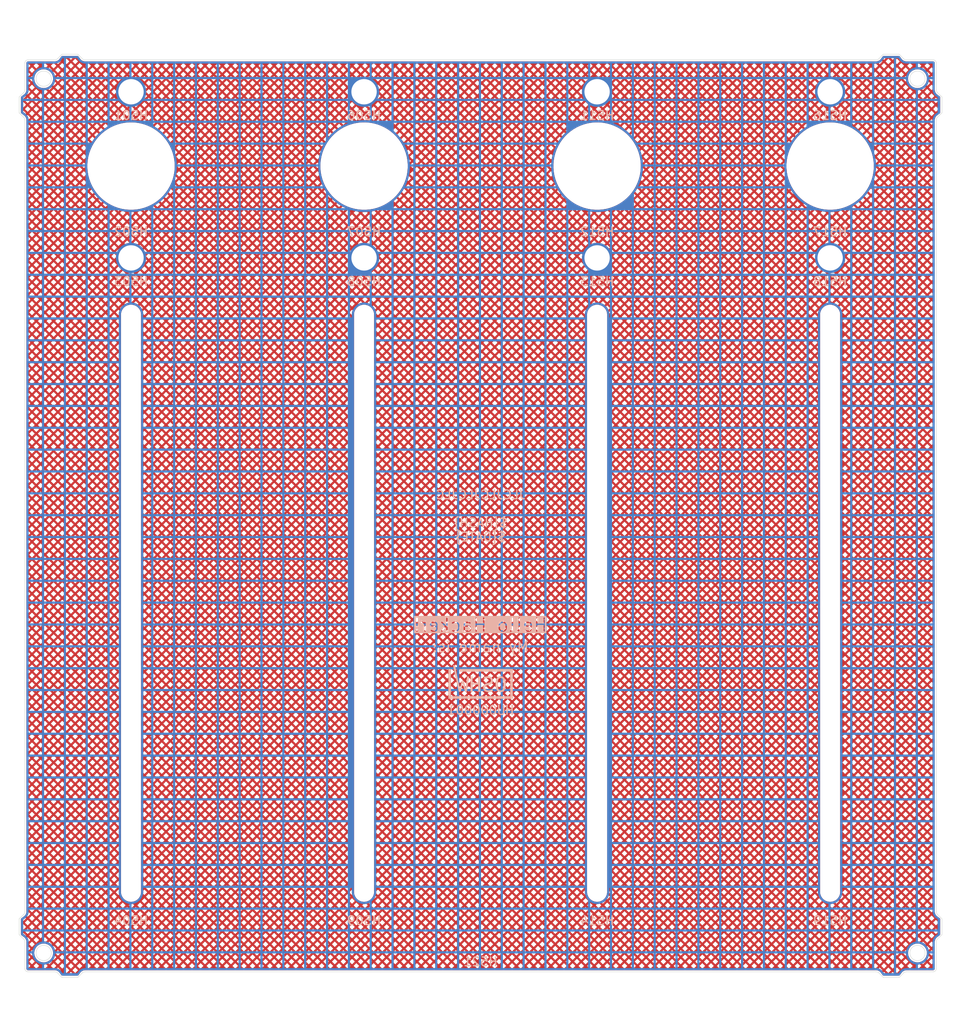
<source format=kicad_pcb>
(kicad_pcb (version 20241229) (generator "pcbnew") (generator_version "9.0")
  (layers (0 "F.Cu" signal) (2 "B.Cu" signal) (13 "F.Paste" user) (15 "B.Paste" user) (5 "F.SilkS" user "F.Silkscreen") (7 "B.SilkS" user "B.Silkscreen") (1 "F.Mask" user) (3 "B.Mask" user) (25 "Edge.Cuts" user))
  (net 0 "")
  (net 1 "GND")
  (footprint "suku_basics:FP_POTENTIOMETER" (layer "F.Cu") (at 86.665 59.995)
    (property "Reference" "H507" (at 0 7.5 0) (layer "B.SilkS") (effects (justify mirror)))
    (property "Value" "Potentiometer")
    (pad "" np_thru_hole circle (at 0 0 90) (size 1.5 1.5) (drill 9.8) (layers "*.Cu" "*.Mask"))
  )
  (footprint "suku_basics:FP_LONGFADER" (layer "F.Cu") (at 59.995 110)
    (property "Reference" "H504" (at 0 36.3 0) (layer "B.SilkS") (effects (justify mirror)))
    (property "Value" "LongFader")
    (pad "" np_thru_hole circle (at 0 0 90) (size 1.5 1.5) (drill oval 68.1 2.1) (layers "*.Cu" "*.Mask"))
  )
  (footprint "suku_basics:FP_LED_TIGHT" (layer "F.Cu") (at 140.005 70.5)
    (property "Reference" "H518" (at 0 2.7 0) (layer "B.SilkS") (effects (justify mirror)))
    (property "Value" "LED")
    (pad "1" thru_hole circle (at 0 0 90) (size 3.1 3.1) (drill 2.9) (layers "*.Cu" "*.Mask") (net 1 "GND"))
  )
  (footprint "suku_basics:FP_OUTLINE_2" (layer "F.Cu") (at 100 100)
    (property "Reference" "H521" (at 0 51 0) (layer "B.SilkS") (effects (justify mirror)))
    (property "Value" "Outline")
    (fp_line (start -52.799999 -46.100001) (end -52.799999 -47.899999) (stroke (width 0.05)) (layer "Edge.Cuts"))
    (fp_line (start -52.799999 46.100001) (end -52.799999 47.899999) (stroke (width 0.05)) (layer "Edge.Cuts"))
    (fp_line (start -52.626954 -48.077382) (end -52.265506 -48.421458) (stroke (width 0.05)) (layer "Edge.Cuts"))
    (fp_line (start -52.626954 -45.922618) (end -52.265506 -45.578542) (stroke (width 0.05)) (layer "Edge.Cuts"))
    (fp_line (start -52.626954 45.922618) (end -52.265506 45.578542) (stroke (width 0.05)) (layer "Edge.Cuts"))
    (fp_line (start -52.626954 48.077382) (end -52.265506 48.421458) (stroke (width 0.05)) (layer "Edge.Cuts"))
    (fp_line (start -52.15 -48.75) (end -52.15 -51.8) (stroke (width 0.05)) (layer "Edge.Cuts"))
    (fp_line (start -52.15 45.25) (end -52.15 -45.25) (stroke (width 0.05)) (layer "Edge.Cuts"))
    (fp_line (start -52.15 48.75) (end -52.15 51.8) (stroke (width 0.05)) (layer "Edge.Cuts"))
    (fp_line (start -48.75 -52.15) (end -51.8 -52.15) (stroke (width 0.05)) (layer "Edge.Cuts"))
    (fp_line (start -48.75 52.15) (end -51.8 52.15) (stroke (width 0.05)) (layer "Edge.Cuts"))
    (fp_line (start -48.077382 -52.626954) (end -48.421458 -52.265506) (stroke (width 0.05)) (layer "Edge.Cuts"))
    (fp_line (start -48.077382 52.626954) (end -48.421458 52.265506) (stroke (width 0.05)) (layer "Edge.Cuts"))
    (fp_line (start -46.100001 -52.799999) (end -47.899999 -52.799999) (stroke (width 0.05)) (layer "Edge.Cuts"))
    (fp_line (start -46.100001 52.799999) (end -47.899999 52.799999) (stroke (width 0.05)) (layer "Edge.Cuts"))
    (fp_line (start -45.922618 -52.626954) (end -45.578542 -52.265506) (stroke (width 0.05)) (layer "Edge.Cuts"))
    (fp_line (start -45.922618 52.626954) (end -45.578542 52.265506) (stroke (width 0.05)) (layer "Edge.Cuts"))
    (fp_line (start -45.25 -52.15) (end 45.25 -52.15) (stroke (width 0.05)) (layer "Edge.Cuts"))
    (fp_line (start 45.25 52.15) (end -45.25 52.15) (stroke (width 0.05)) (layer "Edge.Cuts"))
    (fp_line (start 45.922618 -52.626954) (end 45.578542 -52.265506) (stroke (width 0.05)) (layer "Edge.Cuts"))
    (fp_line (start 45.922618 52.626955) (end 45.578542 52.265507) (stroke (width 0.05)) (layer "Edge.Cuts"))
    (fp_line (start 46.100001 -52.799999) (end 47.899999 -52.799999) (stroke (width 0.05)) (layer "Edge.Cuts"))
    (fp_line (start 46.100001 52.799999) (end 47.899999 52.799999) (stroke (width 0.05)) (layer "Edge.Cuts"))
    (fp_line (start 48.077377 52.626959) (end 48.421453 52.265511) (stroke (width 0.05)) (layer "Edge.Cuts"))
    (fp_line (start 48.077384 -52.626954) (end 48.42146 -52.265506) (stroke (width 0.05)) (layer "Edge.Cuts"))
    (fp_line (start 48.75 -52.15) (end 51.8 -52.15) (stroke (width 0.05)) (layer "Edge.Cuts"))
    (fp_line (start 48.75 52.15) (end 51.8 52.15) (stroke (width 0.05)) (layer "Edge.Cuts"))
    (fp_line (start 52.15 -48.75) (end 52.15 -51.8) (stroke (width 0.05)) (layer "Edge.Cuts"))
    (fp_line (start 52.15 -45.25) (end 52.15 45.25) (stroke (width 0.05)) (layer "Edge.Cuts"))
    (fp_line (start 52.15 48.75) (end 52.15 51.8) (stroke (width 0.05)) (layer "Edge.Cuts"))
    (fp_line (start 52.626954 -48.077385) (end 52.265506 -48.421461) (stroke (width 0.05)) (layer "Edge.Cuts"))
    (fp_line (start 52.626954 -45.922618) (end 52.265506 -45.578542) (stroke (width 0.05)) (layer "Edge.Cuts"))
    (fp_line (start 52.626954 45.922618) (end 52.265506 45.578542) (stroke (width 0.05)) (layer "Edge.Cuts"))
    (fp_line (start 52.626954 48.077383) (end 52.265506 48.421459) (stroke (width 0.05)) (layer "Edge.Cuts"))
    (fp_line (start 52.799999 -46.100001) (end 52.799999 -47.899999) (stroke (width 0.05)) (layer "Edge.Cuts"))
    (fp_line (start 52.799999 46.100001) (end 52.799999 47.899999) (stroke (width 0.05)) (layer "Edge.Cuts"))
    (fp_line (start 52.799999 47.899999) (end 52.626954 48.077383) (stroke (width 0.05)) (layer "Edge.Cuts"))
    (fp_arc (start -52.799999 -47.899999) (mid -52.717353 -47.992466) (end -52.62696 -48.077377) (stroke (width 0.05)) (layer "Edge.Cuts"))
    (fp_arc (start -52.799999 46.100001) (mid -52.717353 46.007534) (end -52.62696 45.922623) (stroke (width 0.05)) (layer "Edge.Cuts"))
    (fp_arc (start -52.62696 -45.922623) (mid -52.717353 -46.007534) (end -52.799999 -46.100001) (stroke (width 0.05)) (layer "Edge.Cuts"))
    (fp_arc (start -52.62696 48.077377) (mid -52.717353 47.992466) (end -52.799999 47.899999) (stroke (width 0.05)) (layer "Edge.Cuts"))
    (fp_arc (start -52.265506 -45.578542) (mid -52.179718 -45.424127) (end -52.15 -45.25) (stroke (width 0.05)) (layer "Edge.Cuts"))
    (fp_arc (start -52.265506 48.421458) (mid -52.179718 48.575873) (end -52.15 48.75) (stroke (width 0.05)) (layer "Edge.Cuts"))
    (fp_arc (start -52.15 -51.8) (mid -52.047488 -52.047488) (end -51.8 -52.15) (stroke (width 0.05)) (layer "Edge.Cuts"))
    (fp_arc (start -52.15 -48.75) (mid -52.179717 -48.575872) (end -52.265506 -48.421458) (stroke (width 0.05)) (layer "Edge.Cuts"))
    (fp_arc (start -52.15 45.25) (mid -52.179717 45.424128) (end -52.265506 45.578542) (stroke (width 0.05)) (layer "Edge.Cuts"))
    (fp_arc (start -51.8 52.15) (mid -52.047488 52.047488) (end -52.15 51.8) (stroke (width 0.05)) (layer "Edge.Cuts"))
    (fp_arc (start -48.75 52.15) (mid -48.575872 52.179717) (end -48.421458 52.265506) (stroke (width 0.05)) (layer "Edge.Cuts"))
    (fp_arc (start -48.421458 -52.265506) (mid -48.575873 -52.179718) (end -48.75 -52.15) (stroke (width 0.05)) (layer "Edge.Cuts"))
    (fp_arc (start -48.077377 -52.62696) (mid -47.992466 -52.717353) (end -47.899999 -52.799999) (stroke (width 0.05)) (layer "Edge.Cuts"))
    (fp_arc (start -47.899999 52.799999) (mid -47.992466 52.717353) (end -48.077377 52.62696) (stroke (width 0.05)) (layer "Edge.Cuts"))
    (fp_arc (start -46.100001 -52.799999) (mid -46.007534 -52.717353) (end -45.922623 -52.62696) (stroke (width 0.05)) (layer "Edge.Cuts"))
    (fp_arc (start -45.922623 52.62696) (mid -46.007534 52.717353) (end -46.100001 52.799999) (stroke (width 0.05)) (layer "Edge.Cuts"))
    (fp_arc (start -45.578542 52.265506) (mid -45.424127 52.179718) (end -45.25 52.15) (stroke (width 0.05)) (layer "Edge.Cuts"))
    (fp_arc (start -45.25 -52.15) (mid -45.424128 -52.179717) (end -45.578542 -52.265506) (stroke (width 0.05)) (layer "Edge.Cuts"))
    (fp_arc (start 45.25 52.15) (mid 45.424127 52.179718) (end 45.578542 52.265506) (stroke (width 0.05)) (layer "Edge.Cuts"))
    (fp_arc (start 45.578542 -52.265506) (mid 45.424128 -52.179717) (end 45.25 -52.15) (stroke (width 0.05)) (layer "Edge.Cuts"))
    (fp_arc (start 45.922623 -52.62696) (mid 46.007534 -52.717353) (end 46.100001 -52.799999) (stroke (width 0.05)) (layer "Edge.Cuts"))
    (fp_arc (start 46.099996 52.799994) (mid 46.007529 52.717348) (end 45.922618 52.626955) (stroke (width 0.05)) (layer "Edge.Cuts"))
    (fp_arc (start 47.900001 -52.799999) (mid 47.992468 -52.717353) (end 48.077379 -52.62696) (stroke (width 0.05)) (layer "Edge.Cuts"))
    (fp_arc (start 48.077377 52.62696) (mid 47.992466 52.717353) (end 47.899999 52.799999) (stroke (width 0.05)) (layer "Edge.Cuts"))
    (fp_arc (start 48.421458 52.265507) (mid 48.575872 52.179718) (end 48.75 52.150001) (stroke (width 0.05)) (layer "Edge.Cuts"))
    (fp_arc (start 48.750002 -52.15) (mid 48.575874 -52.179717) (end 48.42146 -52.265506) (stroke (width 0.05)) (layer "Edge.Cuts"))
    (fp_arc (start 51.8 -52.15) (mid 52.047487 -52.047487) (end 52.15 -51.8) (stroke (width 0.05)) (layer "Edge.Cuts"))
    (fp_arc (start 52.15 -45.25) (mid 52.179717 -45.424128) (end 52.265506 -45.578542) (stroke (width 0.05)) (layer "Edge.Cuts"))
    (fp_arc (start 52.15 48.75) (mid 52.179718 48.575873) (end 52.265506 48.421458) (stroke (width 0.05)) (layer "Edge.Cuts"))
    (fp_arc (start 52.15 51.8) (mid 52.047487 52.047487) (end 51.8 52.15) (stroke (width 0.05)) (layer "Edge.Cuts"))
    (fp_arc (start 52.265506 -48.421461) (mid 52.179717 -48.575875) (end 52.15 -48.750003) (stroke (width 0.05)) (layer "Edge.Cuts"))
    (fp_arc (start 52.265506 45.578542) (mid 52.179717 45.424128) (end 52.15 45.25) (stroke (width 0.05)) (layer "Edge.Cuts"))
    (fp_arc (start 52.62696 -48.07738) (mid 52.717353 -47.992469) (end 52.799999 -47.900002) (stroke (width 0.05)) (layer "Edge.Cuts"))
    (fp_arc (start 52.62696 45.922623) (mid 52.717353 46.007534) (end 52.799999 46.100001) (stroke (width 0.05)) (layer "Edge.Cuts"))
    (fp_arc (start 52.799999 -46.100001) (mid 52.717353 -46.007534) (end 52.62696 -45.922623) (stroke (width 0.05)) (layer "Edge.Cuts"))
    (fp_circle (center -50 -50) (end -49.125 -50) (stroke (width 0.05)) (fill no) (layer "Edge.Cuts"))
    (fp_circle (center -50 50) (end -49.125 50) (stroke (width 0.05)) (fill no) (layer "Edge.Cuts"))
    (fp_circle (center 50 -50) (end 50.875 -50) (stroke (width 0.05)) (fill no) (layer "Edge.Cuts"))
    (fp_circle (center 50 50) (end 50.875 50) (stroke (width 0.05)) (fill no) (layer "Edge.Cuts"))
  )
  (footprint "suku_basics:FP_LED_TIGHT" (layer "F.Cu") (at 113.335 70.5)
    (property "Reference" "H513" (at 0 2.7 0) (layer "B.SilkS") (effects (justify mirror)))
    (property "Value" "LED")
    (pad "1" thru_hole circle (at 0 0 90) (size 3.1 3.1) (drill 2.9) (layers "*.Cu" "*.Mask") (net 1 "GND"))
  )
  (footprint "suku_basics:FP_POTENTIOMETER" (layer "F.Cu") (at 140.005 59.995)
    (property "Reference" "H517" (at 0 7.5 0) (layer "B.SilkS") (effects (justify mirror)))
    (property "Value" "Potentiometer")
    (pad "" np_thru_hole circle (at 0 0 90) (size 1.5 1.5) (drill 9.8) (layers "*.Cu" "*.Mask"))
  )
  (footprint "suku_basics:FP_LED_TIGHT" (layer "F.Cu") (at 86.665 51.495)
    (property "Reference" "H506" (at 0 2.7 0) (layer "B.SilkS") (effects (justify mirror)))
    (property "Value" "LED")
    (pad "1" thru_hole circle (at 0 0 90) (size 3.1 3.1) (drill 2.9) (layers "*.Cu" "*.Mask") (net 1 "GND"))
  )
  (footprint "suku_basics:FP_POTENTIOMETER" (layer "F.Cu") (at 113.335 59.995)
    (property "Reference" "H512" (at 0 7.5 0) (layer "B.SilkS") (effects (justify mirror)))
    (property "Value" "Potentiometer")
    (pad "" np_thru_hole circle (at 0 0 90) (size 1.5 1.5) (drill 9.8) (layers "*.Cu" "*.Mask"))
  )
  (footprint "suku_basics:FP_LED_TIGHT" (layer "F.Cu") (at 59.995 70.5)
    (property "Reference" "H503" (at 0 2.7 0) (layer "B.SilkS") (effects (justify mirror)))
    (property "Value" "LED")
    (pad "1" thru_hole circle (at 0 0 90) (size 3.1 3.1) (drill 2.9) (layers "*.Cu" "*.Mask") (net 1 "GND"))
  )
  (footprint "suku_basics:FP_LED_TIGHT" (layer "F.Cu") (at 59.995 51.495)
    (property "Reference" "H501" (at 0 2.7 0) (layer "B.SilkS") (effects (justify mirror)))
    (property "Value" "LED")
    (pad "1" thru_hole circle (at 0 0 90) (size 3.1 3.1) (drill 2.9) (layers "*.Cu" "*.Mask") (net 1 "GND"))
  )
  (footprint "suku_basics:FP_POTENTIOMETER" (layer "F.Cu") (at 59.995 59.995)
    (property "Reference" "H502" (at 0 7.5 0) (layer "B.SilkS") (effects (justify mirror)))
    (property "Value" "Potentiometer")
    (pad "" np_thru_hole circle (at 0 0 90) (size 1.5 1.5) (drill 9.8) (layers "*.Cu" "*.Mask"))
  )
  (footprint "suku_basics:FP_LED_TIGHT" (layer "F.Cu") (at 140.005 51.495)
    (property "Reference" "H516" (at 0 2.7 0) (layer "B.SilkS") (effects (justify mirror)))
    (property "Value" "LED")
    (pad "1" thru_hole circle (at 0 0 90) (size 3.1 3.1) (drill 2.9) (layers "*.Cu" "*.Mask") (net 1 "GND"))
  )
  (footprint "suku_basics:FP_LED_TIGHT" (layer "F.Cu") (at 86.665 70.5)
    (property "Reference" "H508" (at 0 2.7 0) (layer "B.SilkS") (effects (justify mirror)))
    (property "Value" "LED")
    (pad "1" thru_hole circle (at 0 0 90) (size 3.1 3.1) (drill 2.9) (layers "*.Cu" "*.Mask") (net 1 "GND"))
  )
  (footprint "suku_basics:FP_LONGFADER" (layer "F.Cu") (at 86.665 110)
    (property "Reference" "H509" (at 0 36.3 0) (layer "B.SilkS") (effects (justify mirror)))
    (property "Value" "LongFader")
    (pad "" np_thru_hole circle (at 0 0 90) (size 1.5 1.5) (drill oval 68.1 2.1) (layers "*.Cu" "*.Mask"))
  )
  (footprint "suku_basics:FP_LONGFADER" (layer "F.Cu") (at 140.005 110)
    (property "Reference" "H519" (at 0 36.3 0) (layer "B.SilkS") (effects (justify mirror)))
    (property "Value" "LongFader")
    (pad "" np_thru_hole circle (at 0 0 90) (size 1.5 1.5) (drill oval 68.1 2.1) (layers "*.Cu" "*.Mask"))
  )
  (footprint "suku_basics:FP_LONGFADER" (layer "F.Cu") (at 113.335 110)
    (property "Reference" "H514" (at 0 36.3 0) (layer "B.SilkS") (effects (justify mirror)))
    (property "Value" "LongFader")
    (pad "" np_thru_hole circle (at 0 0 90) (size 1.5 1.5) (drill oval 68.1 2.1) (layers "*.Cu" "*.Mask"))
  )
  (footprint "suku_basics:FP_LED_TIGHT" (layer "F.Cu") (at 113.335 51.495)
    (property "Reference" "H511" (at 0 2.7 0) (layer "B.SilkS") (effects (justify mirror)))
    (property "Value" "LED")
    (pad "1" thru_hole circle (at 0 0 90) (size 3.1 3.1) (drill 2.9) (layers "*.Cu" "*.Mask") (net 1 "GND"))
  )
  (footprint "suku_basics:OSHWA" (layer "B.Cu") (at 100 120 180)
    (property "Reference" "H505" (hide yes))
    (property "Value" "Outline" (hide yes))
    (fp_poly (pts (xy 3.689316 -0.925456) (xy -3.689315 -0.925456) (xy -3.689315 2.488724) (xy 2.37617 2.488724) (xy 2.37617 2.176071) (xy -3.389168 2.176071) (xy -3.389168 -0.625308) (xy 3.389071 -0.625308) (xy 3.392246 0.928582) (xy 3.395421 2.482471) (xy 3.542369 2.485995) (xy 3.689316 2.489518)) (fill yes) (layer "B.SilkS"))
    (fp_poly (pts (xy 0.146948 1.623126) (xy 0.268883 1.619547) (xy 0.275519 0.900443) (xy 0.91295 0.900443) (xy 0.91295 1.6258) (xy 1.150567 1.6258) (xy 1.150567 -0.125062) (xy 0.91295 -0.125062) (xy 0.91295 0.700344) (xy 0.275136 0.700344) (xy 0.275136 -0.125062) (xy 0.025013 -0.125062) (xy 0.025013 1.626706)) (fill yes) (layer "B.SilkS"))
    (fp_poly (pts (xy -3.526735 -2.088528) (xy -3.101526 -2.088528) (xy -3.101526 -1.613294) (xy -2.951452 -1.613294) (xy -2.951452 -2.763861) (xy -3.101038 -2.763861) (xy -3.104409 -2.491852) (xy -3.107779 -2.219843) (xy -3.526735 -2.212985) (xy -3.526735 -2.763861) (xy -3.689315 -2.763861) (xy -3.689315 -1.613294) (xy -3.526735 -1.613294)) (fill yes) (layer "B.SilkS"))
    (fp_poly (pts (xy 2.423363 -2.099022) (xy 2.455397 -2.12638) (xy 2.472875 -2.164417) (xy 2.473375 -2.206947) (xy 2.454476 -2.247785) (xy 2.445522 -2.25793) (xy 2.405042 -2.283341) (xy 2.360014 -2.288196) (xy 2.318075 -2.272398) (xy 2.303313 -2.259682) (xy 2.278977 -2.218539) (xy 2.275667 -2.175058) (xy 2.290781 -2.135108) (xy 2.321718 -2.104558) (xy 2.365875 -2.089276) (xy 2.379195 -2.088528)) (fill yes) (layer "B.SilkS"))
    (fp_poly (pts (xy 1.472895 -2.099022) (xy 1.504929 -2.12638) (xy 1.522407 -2.164417) (xy 1.522907 -2.206947) (xy 1.504008 -2.247785) (xy 1.495054 -2.25793) (xy 1.454575 -2.283341) (xy 1.409546 -2.288196) (xy 1.367607 -2.272398) (xy 1.352845 -2.259682) (xy 1.328509 -2.218539) (xy 1.325199 -2.175058) (xy 1.340313 -2.135108) (xy 1.37125 -2.104558) (xy 1.415407 -2.089276) (xy 1.428727 -2.088528)) (fill yes) (layer "B.SilkS"))
    (fp_poly (pts (xy 0.522427 -2.099022) (xy 0.554461 -2.12638) (xy 0.571939 -2.164417) (xy 0.57244 -2.206947) (xy 0.55354 -2.247785) (xy 0.544587 -2.25793) (xy 0.504107 -2.283341) (xy 0.459078 -2.288196) (xy 0.417139 -2.272398) (xy 0.402377 -2.259682) (xy 0.378041 -2.218539) (xy 0.374731 -2.175058) (xy 0.389846 -2.135108) (xy 0.420782 -2.104558) (xy 0.464939 -2.089276) (xy 0.478259 -2.088528)) (fill yes) (layer "B.SilkS"))
    (fp_poly (pts (xy -0.428041 -2.099022) (xy -0.396007 -2.12638) (xy -0.378529 -2.164417) (xy -0.378028 -2.206947) (xy -0.396927 -2.247785) (xy -0.405881 -2.25793) (xy -0.446361 -2.283341) (xy -0.491389 -2.288196) (xy -0.533328 -2.272398) (xy -0.54809 -2.259682) (xy -0.572426 -2.218539) (xy -0.575736 -2.175058) (xy -0.560622 -2.135108) (xy -0.529686 -2.104558) (xy -0.485529 -2.089276) (xy -0.472209 -2.088528)) (fill yes) (layer "B.SilkS"))
    (fp_poly (pts (xy -1.366002 -2.099022) (xy -1.333968 -2.12638) (xy -1.31649 -2.164417) (xy -1.31599 -2.206947) (xy -1.334889 -2.247785) (xy -1.343843 -2.25793) (xy -1.384322 -2.283341) (xy -1.429351 -2.288196) (xy -1.47129 -2.272398) (xy -1.486052 -2.259682) (xy -1.510388 -2.218539) (xy -1.513698 -2.175058) (xy -1.498584 -2.135108) (xy -1.467647 -2.104558) (xy -1.42349 -2.089276) (xy -1.41017 -2.088528)) (fill yes) (layer "B.SilkS"))
    (fp_poly (pts (xy 3.439193 -2.626293) (xy 3.67681 -2.626293) (xy 3.67681 -2.763861) (xy 3.037689 -2.763861) (xy 3.041469 -2.698203) (xy 3.045249 -2.632546) (xy 3.167184 -2.628966) (xy 3.289119 -2.625387) (xy 3.289119 -2.194378) (xy 3.288777 -2.074495) (xy 3.287778 -1.971946) (xy 3.286163 -1.888188) (xy 3.283972 -1.824679) (xy 3.281247 -1.782877) (xy 3.278027 -1.76424) (xy 3.277097 -1.763368) (xy 3.260168 -1.766055) (xy 3.225245 -1.773232) (xy 3.178662 -1.78357) (xy 3.157804 -1.78838) (xy 3.108191 -1.799632) (xy 3.067562 -1.808258) (xy 3.042296 -1.81293) (xy 3.037888 -1.813393) (xy 3.031169 -1.801857) (xy 3.028386 -1.770697) (xy 3.028992 -1.742407) (xy 3.032743 -1.671421) (xy 3.157804 -1.642959) (xy 3.221273 -1.630301) (xy 3.285815 -1.620393) (xy 3.341191 -1.614699) (xy 3.361029 -1.613896) (xy 3.439193 -1.613294)) (fill yes) (layer "B.SilkS"))
    (fp_poly (pts (xy -2.561065 -2.0883) (xy -2.557508 -2.563306) (xy -2.519948 -2.600854) (xy -2.471266 -2.633373) (xy -2.409462 -2.651483) (xy -2.342226 -2.654652) (xy -2.277249 -2.642346) (xy -2.231814 -2.62084) (xy -2.214905 -2.608756) (xy -2.201041 -2.59515) (xy -2.189922 -2.577563) (xy -2.181246 -2.553532) (xy -2.17471 -2.520598) (xy -2.170015 -2.4763) (xy -2.166857 -2.418177) (xy -2.164936 -2.343768) (xy -2.16395 -2.250614) (xy -2.163598 -2.136253) (xy -2.163564 -2.063918) (xy -2.163564 -1.613294) (xy -1.998864 -1.613294) (xy -2.004222 -2.072895) (xy -2.006032 -2.205355) (xy -2.008145 -2.314667) (xy -2.01064 -2.402695) (xy -2.0136 -2.471303) (xy -2.017104 -2.522353) (xy -2.021235 -2.557709) (xy -2.026072 -2.579236) (xy -2.026235 -2.579707) (xy -2.061961 -2.646483) (xy -2.11637 -2.704712) (xy -2.18322 -2.74789) (xy -2.191159 -2.751482) (xy -2.248615 -2.76959) (xy -2.317403 -2.781305) (xy -2.387483 -2.785695) (xy -2.448813 -2.781827) (xy -2.469965 -2.7774) (xy -2.559864 -2.741802) (xy -2.631084 -2.690092) (xy -2.68309 -2.622692) (xy -2.694035 -2.60128) (xy -2.700795 -2.585557) (xy -2.706311 -2.568715) (xy -2.710737 -2.548089) (xy -2.714227 -2.52101) (xy -2.716934 -2.484812) (xy -2.719011 -2.436829) (xy -2.720611 -2.374392) (xy -2.721887 -2.294836) (xy -2.722993 -2.195492) (xy -2.724036 -2.079149) (xy -2.727983 -1.613294) (xy -2.564621 -1.613294)) (fill yes) (layer "B.SilkS"))
    (fp_poly (pts (xy 2.479267 -1.612912) (xy 2.544266 -1.637705) (xy 2.599169 -1.679949) (xy 2.633148 -1.719274) (xy 2.674326 -1.78977) (xy 2.706844 -1.879346) (xy 2.730172 -1.983428) (xy 2.743778 -2.09744) (xy 2.74713 -2.216809) (xy 2.739698 -2.336958) (xy 2.720951 -2.453315) (xy 2.719279 -2.460853) (xy 2.685784 -2.566283) (xy 2.637453 -2.652461) (xy 2.574704 -2.718771) (xy 2.520358 -2.754112) (xy 2.462001 -2.774198) (xy 2.391637 -2.783817) (xy 2.320306 -2.782224) (xy 2.266388 -2.771248) (xy 2.190068 -2.734152) (xy 2.12676 -2.676662) (xy 2.07604 -2.598241) (xy 2.037481 -2.498348) (xy 2.029936 -2.47091) (xy 2.018323 -2.407332) (xy 2.010576 -2.326836) (xy 2.006695 -2.23636) (xy 2.006682 -2.144806) (xy 2.167182 -2.144806) (xy 2.16743 -2.28475) (xy 2.177721 -2.402029) (xy 2.198129 -2.496918) (xy 2.228728 -2.569692) (xy 2.269592 -2.620626) (xy 2.3012 -2.641906) (xy 2.354246 -2.66084) (xy 2.403413 -2.659264) (xy 2.446617 -2.643425) (xy 2.48408 -2.616016) (xy 2.516627 -2.575561) (xy 2.519016 -2.571514) (xy 2.542248 -2.52449) (xy 2.559405 -2.473242) (xy 2.57121 -2.413306) (xy 2.578386 -2.340213) (xy 2.581657 -2.249498) (xy 2.58204 -2.182324) (xy 2.579984 -2.074424) (xy 2.573824 -1.987609) (xy 2.562709 -1.918165) (xy 2.545787 -1.862378) (xy 2.522209 -1.816533) (xy 2.491124 -1.776917) (xy 2.488534 -1.774164) (xy 2.458625 -1.745356) (xy 2.432972 -1.73103) (xy 2.400092 -1.726228) (xy 2.376635 -1.72585) (xy 2.335154 -1.727808) (xy 2.306456 -1.736951) (xy 2.278799 -1.75818) (xy 2.263454 -1.773092) (xy 2.232664 -1.809168) (xy 2.20913 -1.850513) (xy 2.19183 -1.901075) (xy 2.179739 -1.964803) (xy 2.171835 -2.045647) (xy 2.167182 -2.144806) (xy 2.006682 -2.144806) (xy 2.006682 -2.142843) (xy 2.010537 -2.053224) (xy 2.018263 -1.97444) (xy 2.029855 -1.913442) (xy 2.059663 -1.823267) (xy 2.096259 -1.751266) (xy 2.143074 -1.690827) (xy 2.148311 -1.685308) (xy 2.199716 -1.642072) (xy 2.257261 -1.615278) (xy 2.326695 -1.60302) (xy 2.398093 -1.602551)) (fill yes) (layer "B.SilkS"))
    (fp_poly (pts (xy 1.528799 -1.612912) (xy 1.593798 -1.637705) (xy 1.648701 -1.679949) (xy 1.68268 -1.719274) (xy 1.723858 -1.78977) (xy 1.756376 -1.879346) (xy 1.779704 -1.983428) (xy 1.79331 -2.09744) (xy 1.796663 -2.216809) (xy 1.789231 -2.336958) (xy 1.770483 -2.453315) (xy 1.768811 -2.460853) (xy 1.735316 -2.566283) (xy 1.686986 -2.652461) (xy 1.624236 -2.718771) (xy 1.569891 -2.754112) (xy 1.511533 -2.774198) (xy 1.44117 -2.783817) (xy 1.369838 -2.782224) (xy 1.31592 -2.771248) (xy 1.239601 -2.734152) (xy 1.176293 -2.676662) (xy 1.125572 -2.598241) (xy 1.087013 -2.498348) (xy 1.079469 -2.47091) (xy 1.067856 -2.407332) (xy 1.060108 -2.326836) (xy 1.056227 -2.23636) (xy 1.056214 -2.144806) (xy 1.216714 -2.144806) (xy 1.216962 -2.28475) (xy 1.227253 -2.402029) (xy 1.247661 -2.496918) (xy 1.27826 -2.569692) (xy 1.319124 -2.620626) (xy 1.350732 -2.641906) (xy 1.403779 -2.66084) (xy 1.452946 -2.659264) (xy 1.496149 -2.643425) (xy 1.533612 -2.616016) (xy 1.566159 -2.575561) (xy 1.568548 -2.571514) (xy 1.59178 -2.52449) (xy 1.608937 -2.473242) (xy 1.620742 -2.413306) (xy 1.627918 -2.340213) (xy 1.631189 -2.249498) (xy 1.631572 -2.182324) (xy 1.629516 -2.074424) (xy 1.623356 -1.987609) (xy 1.612241 -1.918165) (xy 1.59532 -1.862378) (xy 1.571742 -1.816533) (xy 1.540656 -1.776917) (xy 1.538066 -1.774164) (xy 1.508157 -1.745356) (xy 1.482504 -1.73103) (xy 1.449624 -1.726228) (xy 1.426167 -1.72585) (xy 1.384686 -1.727808) (xy 1.355988 -1.736951) (xy 1.328331 -1.75818) (xy 1.312986 -1.773092) (xy 1.282196 -1.809168) (xy 1.258663 -1.850513) (xy 1.241362 -1.901075) (xy 1.229271 -1.964803) (xy 1.221368 -2.045647) (xy 1.216714 -2.144806) (xy 1.056214 -2.144806) (xy 1.056214 -2.142843) (xy 1.06007 -2.053224) (xy 1.067795 -1.97444) (xy 1.079387 -1.913442) (xy 1.109196 -1.823267) (xy 1.145791 -1.751266) (xy 1.192606 -1.690827) (xy 1.197843 -1.685308) (xy 1.249248 -1.642072) (xy 1.306793 -1.615278) (xy 1.376227 -1.60302) (xy 1.447625 -1.602551)) (fill yes) (layer "B.SilkS"))
    (fp_poly (pts (xy 0.578332 -1.612912) (xy 0.64333 -1.637705) (xy 0.698234 -1.679949) (xy 0.732212 -1.719274) (xy 0.77339 -1.78977) (xy 0.805908 -1.879346) (xy 0.829236 -1.983428) (xy 0.842842 -2.09744) (xy 0.846195 -2.216809) (xy 0.838763 -2.336958) (xy 0.820015 -2.453315) (xy 0.818343 -2.460853) (xy 0.784848 -2.566283) (xy 0.736518 -2.652461) (xy 0.673769 -2.718771) (xy 0.619423 -2.754112) (xy 0.561066 -2.774198) (xy 0.490702 -2.783817) (xy 0.41937 -2.782224) (xy 0.365453 -2.771248) (xy 0.289133 -2.734152) (xy 0.225825 -2.676662) (xy 0.175104 -2.598241) (xy 0.136546 -2.498348) (xy 0.129001 -2.47091) (xy 0.117388 -2.407332) (xy 0.10964 -2.326836) (xy 0.10576 -2.23636) (xy 0.105746 -2.144806) (xy 0.266246 -2.144806) (xy 0.266494 -2.28475) (xy 0.276785 -2.402029) (xy 0.297193 -2.496918) (xy 0.327792 -2.569692) (xy 0.368656 -2.620626) (xy 0.400264 -2.641906) (xy 0.453311 -2.66084) (xy 0.502478 -2.659264) (xy 0.545681 -2.643425) (xy 0.583144 -2.616016) (xy 0.615692 -2.575561) (xy 0.61808 -2.571514) (xy 0.641313 -2.52449) (xy 0.65847 -2.473242) (xy 0.670275 -2.413306) (xy 0.677451 -2.340213) (xy 0.680721 -2.249498) (xy 0.681105 -2.182324) (xy 0.679048 -2.074424) (xy 0.672888 -1.987609) (xy 0.661773 -1.918165) (xy 0.644852 -1.862378) (xy 0.621274 -1.816533) (xy 0.590188 -1.776917) (xy 0.587598 -1.774164) (xy 0.557689 -1.745356) (xy 0.532036 -1.73103) (xy 0.499156 -1.726228) (xy 0.475699 -1.72585) (xy 0.434218 -1.727808) (xy 0.40552 -1.736951) (xy 0.377863 -1.75818) (xy 0.362518 -1.773092) (xy 0.331729 -1.809168) (xy 0.308195 -1.850513) (xy 0.290894 -1.901075) (xy 0.278803 -1.964803) (xy 0.2709 -2.045647) (xy 0.266246 -2.144806) (xy 0.105746 -2.144806) (xy 0.105746 -2.142843) (xy 0.109602 -2.053224) (xy 0.117327 -1.97444) (xy 0.12892 -1.913442) (xy 0.158728 -1.823267) (xy 0.195323 -1.751266) (xy 0.242139 -1.690827) (xy 0.247376 -1.685308) (xy 0.29878 -1.642072) (xy 0.356326 -1.615278) (xy 0.42576 -1.60302) (xy 0.497157 -1.602551)) (fill yes) (layer "B.SilkS"))
    (fp_poly (pts (xy -0.372136 -1.612912) (xy -0.307138 -1.637705) (xy -0.252234 -1.679949) (xy -0.218255 -1.719274) (xy -0.177078 -1.78977) (xy -0.144559 -1.879346) (xy -0.121231 -1.983428) (xy -0.107626 -2.09744) (xy -0.104273 -2.216809) (xy -0.111705 -2.336958) (xy -0.130453 -2.453315) (xy -0.132124 -2.460853) (xy -0.165619 -2.566283) (xy -0.21395 -2.652461) (xy -0.276699 -2.718771) (xy -0.331045 -2.754112) (xy -0.389402 -2.774198) (xy -0.459766 -2.783817) (xy -0.531098 -2.782224) (xy -0.585015 -2.771248) (xy -0.661335 -2.734152) (xy -0.724643 -2.676662) (xy -0.775364 -2.598241) (xy -0.813922 -2.498348) (xy -0.821467 -2.47091) (xy -0.83308 -2.407332) (xy -0.840827 -2.326836) (xy -0.844708 -2.23636) (xy -0.844721 -2.144806) (xy -0.684221 -2.144806) (xy -0.683973 -2.28475) (xy -0.673682 -2.402029) (xy -0.653275 -2.496918) (xy -0.622676 -2.569692) (xy -0.581811 -2.620626) (xy -0.550203 -2.641906) (xy -0.497157 -2.66084) (xy -0.44799 -2.659264) (xy -0.404787 -2.643425) (xy -0.367324 -2.616016) (xy -0.334776 -2.575561) (xy -0.332387 -2.571514) (xy -0.309155 -2.52449) (xy -0.291998 -2.473242) (xy -0.280193 -2.413306) (xy -0.273017 -2.340213) (xy -0.269746 -2.249498) (xy -0.269363 -2.182324) (xy -0.271419 -2.074424) (xy -0.27758 -1.987609) (xy -0.288695 -1.918165) (xy -0.305616 -1.862378) (xy -0.329194 -1.816533) (xy -0.36028 -1.776917) (xy -0.36287 -1.774164) (xy -0.392779 -1.745356) (xy -0.418432 -1.73103) (xy -0.451311 -1.726228) (xy -0.474768 -1.72585) (xy -0.51625 -1.727808) (xy -0.544947 -1.736951) (xy -0.572605 -1.75818) (xy -0.58795 -1.773092) (xy -0.618739 -1.809168) (xy -0.642273 -1.850513) (xy -0.659574 -1.901075) (xy -0.671664 -1.964803) (xy -0.679568 -2.045647) (xy -0.684221 -2.144806) (xy -0.844721 -2.144806) (xy -0.844721 -2.142843) (xy -0.840866 -2.053224) (xy -0.833141 -1.97444) (xy -0.821548 -1.913442) (xy -0.79174 -1.823267) (xy -0.755145 -1.751266) (xy -0.708329 -1.690827) (xy -0.703092 -1.685308) (xy -0.651688 -1.642072) (xy -0.594142 -1.615278) (xy -0.524708 -1.60302) (xy -0.453311 -1.602551)) (fill yes) (layer "B.SilkS"))
    (fp_poly (pts (xy -1.310098 -1.612912) (xy -1.245099 -1.637705) (xy -1.190196 -1.679949) (xy -1.156217 -1.719274) (xy -1.115039 -1.78977) (xy -1.082521 -1.879346) (xy -1.059193 -1.983428) (xy -1.045587 -2.09744) (xy -1.042234 -2.216809) (xy -1.049666 -2.336958) (xy -1.068414 -2.453315) (xy -1.070086 -2.460853) (xy -1.103581 -2.566283) (xy -1.151911 -2.652461) (xy -1.214661 -2.718771) (xy -1.269007 -2.754112) (xy -1.327364 -2.774198) (xy -1.397728 -2.783817) (xy -1.469059 -2.782224) (xy -1.522977 -2.771248) (xy -1.599296 -2.734152) (xy -1.662604 -2.676662) (xy -1.713325 -2.598241) (xy -1.751884 -2.498348) (xy -1.759429 -2.47091) (xy -1.771042 -2.407332) (xy -1.778789 -2.326836) (xy -1.78267 -2.23636) (xy -1.782683 -2.144806) (xy -1.622183 -2.144806) (xy -1.621935 -2.28475) (xy -1.611644 -2.402029) (xy -1.591236 -2.496918) (xy -1.560637 -2.569692) (xy -1.519773 -2.620626) (xy -1.488165 -2.641906) (xy -1.435118 -2.66084) (xy -1.385951 -2.659264) (xy -1.342748 -2.643425) (xy -1.305285 -2.616016) (xy -1.272738 -2.575561) (xy -1.270349 -2.571514) (xy -1.247117 -2.52449) (xy -1.22996 -2.473242) (xy -1.218155 -2.413306) (xy -1.210979 -2.340213) (xy -1.207708 -2.249498) (xy -1.207325 -2.182324) (xy -1.209381 -2.074424) (xy -1.215541 -1.987609) (xy -1.226656 -1.918165) (xy -1.243577 -1.862378) (xy -1.267155 -1.816533) (xy -1.298241 -1.776917) (xy -1.300831 -1.774164) (xy -1.33074 -1.745356) (xy -1.356393 -1.73103) (xy -1.389273 -1.726228) (xy -1.41273 -1.72585) (xy -1.454211 -1.727808) (xy -1.482909 -1.736951) (xy -1.510566 -1.75818) (xy -1.525911 -1.773092) (xy -1.556701 -1.809168) (xy -1.580234 -1.850513) (xy -1.597535 -1.901075) (xy -1.609626 -1.964803) (xy -1.617529 -2.045647) (xy -1.622183 -2.144806) (xy -1.782683 -2.144806) (xy -1.782683 -2.142843) (xy -1.778827 -2.053224) (xy -1.771102 -1.97444) (xy -1.75951 -1.913442) (xy -1.729702 -1.823267) (xy -1.693106 -1.751266) (xy -1.646291 -1.690827) (xy -1.641054 -1.685308) (xy -1.589649 -1.642072) (xy -1.532104 -1.615278) (xy -1.46267 -1.60302) (xy -1.391272 -1.602551)) (fill yes) (layer "B.SilkS"))
    (fp_poly (pts (xy -2.213686 1.648416) (xy -2.173361 1.642883) (xy -2.133448 1.632444) (xy -2.11365 1.62599) (xy -2.017135 1.582277) (xy -1.934897 1.520831) (xy -1.866124 1.440575) (xy -1.810003 1.340433) (xy -1.765721 1.219326) (xy -1.744681 1.136985) (xy -1.734923 1.07785) (xy -1.72692 0.999811) (xy -1.720855 0.908928) (xy -1.716911 0.811259) (xy -1.71527 0.712863) (xy -1.716115 0.6198) (xy -1.719627 0.538129) (xy -1.724944 0.481445) (xy -1.751517 0.331144) (xy -1.789241 0.202461) (xy -1.838715 0.094336) (xy -1.900537 0.005708) (xy -1.975305 -0.06448) (xy -2.062762 -0.116889) (xy -2.103525 -0.134659) (xy -2.139902 -0.14622) (xy -2.179949 -0.153159) (xy -2.231723 -0.157061) (xy -2.275366 -0.158715) (xy -2.345863 -0.159585) (xy -2.399351 -0.156676) (xy -2.443645 -0.149242) (xy -2.478265 -0.139354) (xy -2.571511 -0.098856) (xy -2.651292 -0.042823) (xy -2.718295 0.029968) (xy -2.773207 0.120739) (xy -2.816717 0.230714) (xy -2.849512 0.361114) (xy -2.872279 0.513163) (xy -2.877989 0.571523) (xy -2.884864 0.674628) (xy -2.885786 0.744116) (xy -2.629897 0.744116) (xy -2.627195 0.594409) (xy -2.618801 0.467089) (xy -2.604279 0.360089) (xy -2.583196 0.27134) (xy -2.555116 0.198778) (xy -2.519605 0.140333) (xy -2.497463 0.114208) (xy -2.463968 0.08401) (xy -2.42916 0.060012) (xy -2.419941 0.055293) (xy -2.371974 0.042609) (xy -2.310675 0.038337) (xy -2.24617 0.042214) (xy -2.188587 0.053976) (xy -2.167463 0.061848) (xy -2.110324 0.10024) (xy -2.062818 0.159403) (xy -2.024838 0.239747) (xy -1.996276 0.341685) (xy -1.977025 0.465628) (xy -1.966978 0.611987) (xy -1.96603 0.781173) (xy -1.967346 0.831659) (xy -1.974496 0.971762) (xy -1.986642 1.089396) (xy -2.00452 1.186737) (xy -2.02887 1.265962) (xy -2.06043 1.329249) (xy -2.099936 1.378775) (xy -2.148127 1.416718) (xy -2.169817 1.429044) (xy -2.234525 1.450351) (xy -2.308708 1.455453) (xy -2.382835 1.444401) (xy -2.428511 1.427606) (xy -2.481734 1.392782) (xy -2.526042 1.343307) (xy -2.561873 1.277702) (xy -2.589663 1.194486) (xy -2.609848 1.092179) (xy -2.622863 0.969303) (xy -2.629144 0.824376) (xy -2.629897 0.744116) (xy -2.885786 0.744116) (xy -2.886107 0.768282) (xy -2.881727 0.866448) (xy -2.878187 0.912678) (xy -2.859119 1.072373) (xy -2.830164 1.210136) (xy -2.790684 1.327272) (xy -2.740046 1.425088) (xy -2.677612 1.504888) (xy -2.602749 1.567978) (xy -2.542136 1.603131) (xy -2.502095 1.621588) (xy -2.466776 1.633727) (xy -2.42829 1.641206) (xy -2.378745 1.645687) (xy -2.328219 1.648133) (xy -2.262584 1.649885)) (fill yes) (layer "B.SilkS"))
    (fp_poly (pts (xy -0.796763 1.648341) (xy -0.685523 1.638002) (xy -0.57458 1.618762) (xy -0.47144 1.591483) (xy -0.422082 1.57389) (xy -0.406061 1.566635) (xy -0.395996 1.556809) (xy -0.390503 1.53914) (xy -0.388198 1.508358) (xy -0.387696 1.45919) (xy -0.38769 1.442943) (xy -0.388153 1.392245) (xy -0.389395 1.352573) (xy -0.391198 1.329392) (xy -0.392368 1.325652) (xy -0.404999 1.331227) (xy -0.432223 1.345495) (xy -0.453058 1.356958) (xy -0.554732 1.404587) (xy -0.659074 1.436678) (xy -0.76262 1.453345) (xy -0.86191 1.4547) (xy -0.95348 1.440857) (xy -1.033869 1.41193) (xy -1.099615 1.368032) (xy -1.130442 1.334753) (xy -1.166972 1.26703) (xy -1.183105 1.189889) (xy -1.177427 1.110201) (xy -1.177033 1.108409) (xy -1.163988 1.063883) (xy -1.144802 1.026727) (xy -1.116635 0.995185) (xy -1.076646 0.9675) (xy -1.021997 0.941913) (xy -0.949848 0.916667) (xy -0.857358 0.890006) (xy -0.799557 0.874812) (xy -0.729069 0.855592) (xy -0.661512 0.835202) (xy -0.603334 0.815723) (xy -0.560981 0.799233) (xy -0.551784 0.794908) (xy -0.457399 0.735184) (xy -0.384118 0.662245) (xy -0.331806 0.575839) (xy -0.300327 0.475715) (xy -0.289545 0.361621) (xy -0.290958 0.312654) (xy -0.307843 0.196094) (xy -0.343494 0.095994) (xy -0.397943 0.01233) (xy -0.47122 -0.054921) (xy -0.563355 -0.105784) (xy -0.674379 -0.140282) (xy -0.804323 -0.158439) (xy -0.900443 -0.161483) (xy -0.984703 -0.158051) (xy -1.070024 -0.149441) (xy -1.13806 -0.138049) (xy -1.198338 -0.123653) (xy -1.259779 -0.106575) (xy -1.310396 -0.090181) (xy -1.316272 -0.088005) (xy -1.388183 -0.060734) (xy -1.388183 0.063429) (xy -1.387687 0.115723) (xy -1.386352 0.157145) (xy -1.384404 0.182382) (xy -1.38289 0.187592) (xy -1.370172 0.182129) (xy -1.340939 0.167587) (xy -1.300705 0.146732) (xy -1.285967 0.138943) (xy -1.192068 0.093743) (xy -1.105928 0.063324) (xy -1.017843 0.044564) (xy -0.975878 0.039189) (xy -0.86929 0.035229) (xy -0.772107 0.046254) (xy -0.687556 0.071299) (xy -0.618865 0.109397) (xy -0.56926 0.159578) (xy -0.56797 0.161452) (xy -0.533797 0.231437) (xy -0.51833 0.308864) (xy -0.521301 0.387506) (xy -0.542443 0.461135) (xy -0.581487 0.523521) (xy -0.583649 0.525951) (xy -0.609695 0.551075) (xy -0.640923 0.57281) (xy -0.681021 0.592658) (xy -0.733674 0.612124) (xy -0.80257 0.632713) (xy -0.891395 0.655929) (xy -0.918913 0.662755) (xy -1.050387 0.699971) (xy -1.158673 0.741914) (xy -1.245375 0.790011) (xy -1.312098 0.845683) (xy -1.360446 0.910356) (xy -1.392023 0.985455) (xy -1.408435 1.072402) (xy -1.410535 1.09912) (xy -1.4061 1.216759) (xy -1.379547 1.324024) (xy -1.332234 1.419171) (xy -1.265518 1.500457) (xy -1.180757 1.566139) (xy -1.079309 1.614474) (xy -0.990106 1.638887) (xy -0.900793 1.648923)) (fill yes) (layer "B.SilkS"))
    (fp_poly (pts (xy 3.102426 2.926025) (xy 3.136692 2.92422) (xy 3.154538 2.920182) (xy 3.160258 2.913068) (xy 3.158976 2.904554) (xy 3.15551 2.889751) (xy 3.147085 2.85202) (xy 3.134032 2.79288) (xy 3.116683 2.713851) (xy 3.095368 2.616451) (xy 3.070419 2.5022) (xy 3.042167 2.372615) (xy 3.010944 2.229217) (xy 2.97708 2.073524) (xy 2.940907 1.907054) (xy 2.902756 1.731327) (xy 2.862958 1.547863) (xy 2.83241 1.406942) (xy 2.791579 1.218561) (xy 2.752145 1.036694) (xy 2.71444 0.86287) (xy 2.678796 0.698615) (xy 2.645545 0.545457) (xy 2.615018 0.404923) (xy 2.587548 0.27854) (xy 2.563467 0.167837) (xy 2.543106 0.07434) (xy 2.526798 -0.000424) (xy 2.514875 -0.054927) (xy 2.507668 -0.087641) (xy 2.505566 -0.096923) (xy 2.500685 -0.110204) (xy 2.490761 -0.118479) (xy 2.470723 -0.122922) (xy 2.435501 -0.124706) (xy 2.384194 -0.125006) (xy 2.269867 -0.124951) (xy 2.158632 0.36586) (xy 2.134167 0.473343) (xy 2.111178 0.573444) (xy 2.090296 0.66348) (xy 2.072154 0.740768) (xy 2.057382 0.802623) (xy 2.046613 0.846363) (xy 2.040477 0.869304) (xy 2.039552 0.871902) (xy 2.0352 0.863504) (xy 2.026061 0.83316) (xy 2.012753 0.783341) (xy 1.995895 0.716523) (xy 1.976107 0.635178) (xy 1.954007 0.54178) (xy 1.930215 0.438803) (xy 1.920631 0.396668) (xy 1.896245 0.289214) (xy 1.87343 0.189124) (xy 1.852808 0.099085) (xy 1.834997 0.021783) (xy 1.820618 -0.040094) (xy 1.81029 -0.083861) (xy 1.804634 -0.106831) (xy 1.803883 -0.109429) (xy 1.790649 -0.117883) (xy 1.757015 -0.122985) (xy 1.700958 -0.125004) (xy 1.686601 -0.125062) (xy 1.626286 -0.123691) (xy 1.58866 -0.119383) (xy 1.571536 -0.111845) (xy 1.570206 -0.109429) (xy 1.567599 -0.09467) (xy 1.561661 -0.057254) (xy 1.552709 0.000731) (xy 1.541057 0.077199) (xy 1.52702 0.170059) (xy 1.510913 0.277226) (xy 1.493053 0.396611) (xy 1.473753 0.526125) (xy 1.453329 0.663682) (xy 1.444195 0.725357) (xy 1.423286 0.86659) (xy 1.403322 1.001332) (xy 1.384628 1.127412) (xy 1.367524 1.242655) (xy 1.352335 1.344891) (xy 1.339382 1.431947) (xy 1.32899 1.50165) (xy 1.32148 1.551828) (xy 1.317176 1.580309) (xy 1.316421 1.585155) (xy 1.309874 1.6258) (xy 1.423328 1.6258) (xy 1.473932 1.624832) (xy 1.514231 1.622242) (xy 1.538299 1.618495) (xy 1.542347 1.61642) (xy 1.544815 1.602564) (xy 1.54987 1.566169) (xy 1.557226 1.509546) (xy 1.566598 1.435003) (xy 1.577701 1.34485) (xy 1.590248 1.241394) (xy 1.603954 1.126945) (xy 1.618534 1.003812) (xy 1.626268 0.937961) (xy 1.641232 0.81126) (xy 1.655556 0.692058) (xy 1.668946 0.582664) (xy 1.681106 0.485387) (xy 1.691743 0.402537) (xy 1.700562 0.336424) (xy 1.707269 0.289356) (xy 1.71157 0.263643) (xy 1.712746 0.25949) (xy 1.717087 0.269078) (xy 1.725857 0.300507) (xy 1.738432 0.351119) (xy 1.754188 0.41826) (xy 1.772503 0.499273) (xy 1.792752 0.591502) (xy 1.81403 0.690953) (xy 1.907189 1.131807) (xy 2.033915 1.135355) (xy 2.091233 1.1367) (xy 2.12833 1.136273) (xy 2.149983 1.133179) (xy 2.160967 1.126523) (xy 2.16606 1.115408) (xy 2.167325 1.110342) (xy 2.171428 1.091715) (xy 2.18008 1.051635) (xy 2.192635 0.993117) (xy 2.208451 0.919176) (xy 2.22688 0.832826) (xy 2.247278 0.737081) (xy 2.265319 0.652281) (xy 2.291375 0.531527) (xy 2.31393 0.430753) (xy 2.33277 0.350828) (xy 2.347679 0.292619) (xy 2.358443 0.256997) (xy 2.364847 0.244831) (xy 2.365865 0.245831) (xy 2.369616 0.260989) (xy 2.378089 0.299012) (xy 2.390942 0.358272) (xy 2.407829 0.437138) (xy 2.428409 0.533984) (xy 2.452336 0.647178) (xy 2.479268 0.775094) (xy 2.50886 0.916101) (xy 2.54077 1.068572) (xy 2.574654 1.230876) (xy 2.610167 1.401386) (xy 2.645109 1.569522) (xy 2.681846 1.746433) (xy 2.717239 1.91677) (xy 2.750948 2.078897) (xy 2.782629 2.231177) (xy 2.811944 2.371973) (xy 2.838549 2.499647) (xy 2.862104 2.612563) (xy 2.882267 2.709084) (xy 2.898698 2.787573) (xy 2.911055 2.846392) (xy 2.918996 2.883906) (xy 2.922135 2.898301) (xy 2.926897 2.911399) (xy 2.936571 2.919644) (xy 2.956132 2.924155) (xy 2.990556 2.926047) (xy 3.044818 2.92644) (xy 3.047448 2.92644)) (fill yes) (layer "B.SilkS"))
  )
  (gr_text "My name is:" (at 100 115 0) (layer "B.SilkS") (effects (font (size 1.2 1.2)) (justify mirror)))
  (gr_text "Hello Hacker!" (at 100 112.5 0) (layer "B.SilkS" knockout) (effects (font (size 1.5 1.5)) (justify mirror)))
  (gr_text "JLCJLCJLCJLC\n${PROJECTNAME}\n${HASH}\n${DATE}" (at 100 100 0) (layer "B.SilkS") (effects (font (size 1 1)) (justify mirror)))
  (zone (net 1) (net_name "GND") (layer "F.Cu") (connect_pads yes (clearance 0.254)) (min_thickness 0.1524) (fill yes (mode hatch) (thermal_gap 0.508) (thermal_bridge_width 0.254) (island_removal_mode 1) (island_area_min 10) (hatch_thickness 0.25) (hatch_gap 0.45) (hatch_orientation 45) (hatch_border_algorithm hatch_thickness) (hatch_min_hole_area 0.3))
    (polygon (pts (xy 45 45) (xy 46 41) (xy 48 41) (xy 49 45) (xy 155 45) (xy 155 155) (xy 45 155)))
  )
  (zone (net 1) (net_name "GND") (layer "B.Cu") (connect_pads yes (clearance 0.254)) (min_thickness 0.1524) (fill yes (mode hatch) (thermal_gap 0.508) (thermal_bridge_width 0.254) (island_removal_mode 1) (island_area_min 10) (hatch_thickness 0.25) (hatch_gap 2.25) (hatch_orientation 0) (hatch_border_algorithm hatch_thickness) (hatch_min_hole_area 0.3))
    (polygon (pts (xy 45 45) (xy 54 45) (xy 55 41) (xy 57 41) (xy 58 45) (xy 155 45) (xy 155 155) (xy 45 155)))
  )
)
</source>
